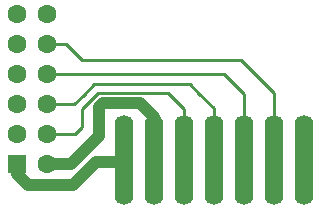
<source format=gtl>
G04 #@! TF.FileFunction,Copper,L1,Top,Signal*
%FSLAX46Y46*%
G04 Gerber Fmt 4.6, Leading zero omitted, Abs format (unit mm)*
G04 Created by KiCad (PCBNEW 4.0.1-stable) date 15/01/2016 09:54:40*
%MOMM*%
G01*
G04 APERTURE LIST*
%ADD10C,0.100000*%
%ADD11O,1.600000X7.600000*%
%ADD12R,1.600000X1.500000*%
%ADD13C,1.600000*%
%ADD14C,1.000000*%
%ADD15C,0.400000*%
%ADD16C,0.250000*%
G04 APERTURE END LIST*
D10*
D11*
X10617500Y-13737000D03*
X13157500Y-13737000D03*
X15697500Y-13737000D03*
X18237500Y-13737000D03*
X20777500Y-13737000D03*
X23317500Y-13737000D03*
X25857500Y-13737000D03*
D12*
X1600000Y-14100000D03*
D13*
X4140000Y-14100000D03*
X1600000Y-11560000D03*
X4140000Y-11560000D03*
X1600000Y-9020000D03*
X4140000Y-9020000D03*
X1600000Y-6480000D03*
X4140000Y-6480000D03*
X1600000Y-3940000D03*
X4140000Y-3940000D03*
X1600000Y-1400000D03*
X4140000Y-1400000D03*
D14*
X8268000Y-13864000D02*
X6299500Y-15832500D01*
X2553000Y-15832500D02*
X6299500Y-15832500D01*
X1600000Y-14879500D02*
X2553000Y-15832500D01*
X1600000Y-14879500D02*
X1600000Y-14100000D01*
X8268000Y-13864000D02*
X10490500Y-13864000D01*
D15*
X10490500Y-13864000D02*
X10617500Y-13737000D01*
D16*
X8268000Y-13864000D02*
X8458500Y-13864000D01*
D14*
X4140000Y-14100000D02*
X6127000Y-14100000D01*
X12019002Y-8915502D02*
X13157500Y-10054000D01*
X8834998Y-8915502D02*
X12019002Y-8915502D01*
X8522000Y-9228500D02*
X8834998Y-8915502D01*
X8522000Y-11705000D02*
X8522000Y-9228500D01*
X6127000Y-14100000D02*
X8522000Y-11705000D01*
X13157500Y-10054000D02*
X13157500Y-13737000D01*
D16*
X7855250Y-8688750D02*
X8458500Y-8085500D01*
X14935500Y-8657000D02*
X15697500Y-9419000D01*
X15697500Y-9419000D02*
X15697500Y-13737000D01*
X14364000Y-8085500D02*
X14935500Y-8657000D01*
X8458500Y-8085500D02*
X14364000Y-8085500D01*
X4140000Y-11560000D02*
X6508000Y-11560000D01*
X7125000Y-9419000D02*
X7855250Y-8688750D01*
X7855250Y-8688750D02*
X7887000Y-8657000D01*
X7125000Y-10943000D02*
X7125000Y-9419000D01*
X6508000Y-11560000D02*
X7125000Y-10943000D01*
X7252000Y-8212500D02*
X8141000Y-7323500D01*
X17031000Y-8149000D02*
X18237500Y-9355500D01*
X18237500Y-9355500D02*
X18237500Y-13737000D01*
X16205500Y-7323500D02*
X17031000Y-8149000D01*
X8141000Y-7323500D02*
X16205500Y-7323500D01*
X4140000Y-9020000D02*
X6444500Y-9020000D01*
X6444500Y-9020000D02*
X7252000Y-8212500D01*
X7252000Y-8212500D02*
X7315500Y-8149000D01*
X5791500Y-6480000D02*
X19108500Y-6480000D01*
X20269500Y-7641000D02*
X20777500Y-8149000D01*
X20777500Y-8149000D02*
X20777500Y-13737000D01*
X19108500Y-6480000D02*
X20269500Y-7641000D01*
X4140000Y-6480000D02*
X5791500Y-6480000D01*
X7887000Y-5228000D02*
X20523500Y-5228000D01*
X23317500Y-8022000D02*
X23317500Y-13737000D01*
X20523500Y-5228000D02*
X23317500Y-8022000D01*
X4140000Y-3940000D02*
X5773500Y-3940000D01*
X7061500Y-5228000D02*
X7887000Y-5228000D01*
X7887000Y-5228000D02*
X7950500Y-5228000D01*
X5773500Y-3940000D02*
X7061500Y-5228000D01*
M02*

</source>
